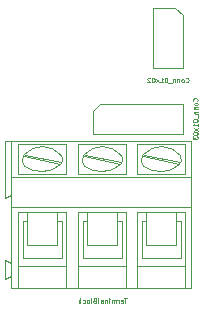
<source format=gbr>
G04 #@! TF.GenerationSoftware,KiCad,Pcbnew,(2018-02-16 revision c95340fba)-makepkg*
G04 #@! TF.CreationDate,2018-04-19T06:34:26+02:00*
G04 #@! TF.ProjectId,LIN_USB_CONVERTER,4C494E5F5553425F434F4E5645525445,rev?*
G04 #@! TF.SameCoordinates,Original*
G04 #@! TF.FileFunction,Other,Fab,Bot*
%FSLAX46Y46*%
G04 Gerber Fmt 4.6, Leading zero omitted, Abs format (unit mm)*
G04 Created by KiCad (PCBNEW (2018-02-16 revision c95340fba)-makepkg) date 04/19/18 06:34:26*
%MOMM*%
%LPD*%
G01*
G04 APERTURE LIST*
%ADD10C,0.100000*%
%ADD11C,0.090000*%
G04 APERTURE END LIST*
D10*
X149620000Y-100783000D02*
X149620000Y-102688000D01*
X149620000Y-102688000D02*
X157240000Y-102688000D01*
X157240000Y-102688000D02*
X157240000Y-100148000D01*
X157240000Y-100148000D02*
X150255000Y-100148000D01*
X150255000Y-100148000D02*
X149620000Y-100783000D01*
X142722000Y-108896000D02*
X157902000Y-108896000D01*
X147362000Y-113536000D02*
X147362000Y-109286000D01*
X143292000Y-115756000D02*
X147802000Y-115756000D01*
X147802000Y-106356000D02*
X142782000Y-106356000D01*
X157962000Y-103316000D02*
X142722000Y-103316000D01*
X146962000Y-109286000D02*
X143662000Y-109286000D01*
X147342000Y-109286000D02*
X146962000Y-109286000D01*
X143282000Y-109286000D02*
X143662000Y-109286000D01*
X146812000Y-105216000D02*
X143762000Y-104586000D01*
X146942000Y-105086000D02*
X143892000Y-104456000D01*
X143282000Y-106106000D02*
X147342000Y-106106000D01*
X143282000Y-103566000D02*
X143282000Y-106106000D01*
X147342000Y-103566000D02*
X143282000Y-103566000D01*
X147342000Y-106106000D02*
X147342000Y-103566000D01*
X142722000Y-106356000D02*
X142722000Y-107886000D01*
X142722000Y-108896000D02*
X142722000Y-113596000D01*
X142722000Y-107886000D02*
X142722000Y-108896000D01*
X143662000Y-110046000D02*
X144042000Y-110046000D01*
X146962000Y-110046000D02*
X146582000Y-110046000D01*
X146962000Y-113216000D02*
X146962000Y-110046000D01*
X143662000Y-113216000D02*
X146962000Y-113216000D01*
X143662000Y-113216000D02*
X143662000Y-110046000D01*
X143282000Y-113856000D02*
X143282000Y-115756000D01*
X147342000Y-113856000D02*
X143282000Y-113856000D01*
X143282000Y-115756000D02*
X142722000Y-115756000D01*
X143282000Y-109286000D02*
X143282000Y-113856000D01*
X147342000Y-115756000D02*
X147342000Y-113856000D01*
X142212000Y-113346000D02*
X142212000Y-114996000D01*
X142722000Y-113596000D02*
X142722000Y-114746000D01*
X142212000Y-113346000D02*
X142722000Y-113596000D01*
X142722000Y-114746000D02*
X142722000Y-115756000D01*
X142212000Y-114996000D02*
X142722000Y-114746000D01*
X142212000Y-108136000D02*
X142722000Y-107886000D01*
X142212000Y-103316000D02*
X142212000Y-108136000D01*
X142722000Y-103316000D02*
X142212000Y-103316000D01*
X142722000Y-103316000D02*
X142722000Y-106356000D01*
X146582000Y-112076000D02*
X146582000Y-109286000D01*
X146582000Y-109286000D02*
X144042000Y-109286000D01*
X144042000Y-112076000D02*
X144042000Y-109286000D01*
X146582000Y-112076000D02*
X144042000Y-112076000D01*
X156662000Y-112076000D02*
X154122000Y-112076000D01*
X154122000Y-112076000D02*
X154122000Y-109286000D01*
X156662000Y-109286000D02*
X154122000Y-109286000D01*
X156662000Y-112076000D02*
X156662000Y-109286000D01*
X151662000Y-112076000D02*
X149122000Y-112076000D01*
X149122000Y-112076000D02*
X149122000Y-109286000D01*
X151662000Y-109286000D02*
X149122000Y-109286000D01*
X151662000Y-112076000D02*
X151662000Y-109286000D01*
X147362000Y-114746000D02*
X147362000Y-115756000D01*
X147362000Y-113596000D02*
X147362000Y-114746000D01*
X152422000Y-115756000D02*
X152422000Y-113856000D01*
X148362000Y-109286000D02*
X148362000Y-113856000D01*
X152422000Y-115756000D02*
X148362000Y-115756000D01*
X148362000Y-115756000D02*
X147802000Y-115756000D01*
X153362000Y-115756000D02*
X153362000Y-113856000D01*
X153362000Y-115756000D02*
X152422000Y-115756000D01*
X157432000Y-109286000D02*
X157432000Y-113856000D01*
X157962000Y-115756000D02*
X157432000Y-115756000D01*
X157432000Y-115756000D02*
X153362000Y-115756000D01*
X152422000Y-113856000D02*
X148362000Y-113856000D01*
X152422000Y-113856000D02*
X152422000Y-109286000D01*
X148362000Y-113856000D02*
X148362000Y-115756000D01*
X153362000Y-113856000D02*
X157432000Y-113856000D01*
X153362000Y-113856000D02*
X153362000Y-109286000D01*
X157432000Y-113856000D02*
X157432000Y-115756000D01*
X148742000Y-113216000D02*
X148742000Y-110046000D01*
X148742000Y-113216000D02*
X152042000Y-113216000D01*
X152042000Y-113216000D02*
X152042000Y-110046000D01*
X153742000Y-113216000D02*
X153742000Y-110046000D01*
X153742000Y-113216000D02*
X157052000Y-113216000D01*
X157052000Y-113216000D02*
X157052000Y-110046000D01*
X157052000Y-110046000D02*
X156662000Y-110046000D01*
X153742000Y-110046000D02*
X154122000Y-110046000D01*
X152042000Y-110046000D02*
X151662000Y-110046000D01*
X148742000Y-110046000D02*
X149122000Y-110046000D01*
X157962000Y-115756000D02*
X157962000Y-108896000D01*
X157962000Y-108896000D02*
X157962000Y-106356000D01*
X157962000Y-106356000D02*
X147802000Y-106356000D01*
X157962000Y-106356000D02*
X157962000Y-103316000D01*
X152422000Y-106106000D02*
X152422000Y-103566000D01*
X152422000Y-103566000D02*
X148362000Y-103566000D01*
X148362000Y-103566000D02*
X148362000Y-106106000D01*
X148362000Y-106106000D02*
X152422000Y-106106000D01*
X153362000Y-106106000D02*
X153362000Y-103566000D01*
X153362000Y-106106000D02*
X157432000Y-106106000D01*
X157432000Y-106106000D02*
X157432000Y-103566000D01*
X153362000Y-103566000D02*
X157432000Y-103566000D01*
X152022000Y-105086000D02*
X148972000Y-104456000D01*
X151892000Y-105216000D02*
X148842000Y-104586000D01*
X157022000Y-105086000D02*
X153972000Y-104456000D01*
X156892000Y-105216000D02*
X153852000Y-104586000D01*
X157432000Y-109286000D02*
X157052000Y-109286000D01*
X153362000Y-109286000D02*
X153742000Y-109286000D01*
X153742000Y-109286000D02*
X157052000Y-109286000D01*
X148362000Y-109286000D02*
X148742000Y-109286000D01*
X152422000Y-109286000D02*
X152042000Y-109286000D01*
X152042000Y-109286000D02*
X148742000Y-109286000D01*
X146884972Y-104477301D02*
G75*
G02X146742000Y-105406000I-432972J-408699D01*
G01*
X143793761Y-104474313D02*
G75*
G02X146942000Y-104536000I1548239J-1351687D01*
G01*
X146784333Y-105367737D02*
G75*
G02X143802000Y-105416000I-1522333J1901737D01*
G01*
X143836380Y-105449996D02*
G75*
G02X143792000Y-104486000I455620J503996D01*
G01*
X148916380Y-105449996D02*
G75*
G02X148872000Y-104486000I455620J503996D01*
G01*
X151864333Y-105367737D02*
G75*
G02X148882000Y-105416000I-1522333J1901737D01*
G01*
X148873761Y-104474313D02*
G75*
G02X152022000Y-104536000I1548239J-1351687D01*
G01*
X151964972Y-104477301D02*
G75*
G02X151822000Y-105406000I-432972J-408699D01*
G01*
X153926468Y-105459995D02*
G75*
G02X153872000Y-104486000I455532J513995D01*
G01*
X156864333Y-105367737D02*
G75*
G02X153882000Y-105416000I-1522333J1901737D01*
G01*
X153873761Y-104474313D02*
G75*
G02X157022000Y-104536000I1548239J-1351687D01*
G01*
X156977426Y-104486995D02*
G75*
G02X156822000Y-105406000I-435426J-399005D01*
G01*
X156605000Y-92020000D02*
X154700000Y-92020000D01*
X154700000Y-92020000D02*
X154700000Y-97100000D01*
X154700000Y-97100000D02*
X157240000Y-97100000D01*
X157240000Y-97100000D02*
X157240000Y-92655000D01*
X157240000Y-92655000D02*
X156605000Y-92020000D01*
D11*
X158442857Y-99922761D02*
X158461904Y-99903714D01*
X158480952Y-99846571D01*
X158480952Y-99808476D01*
X158461904Y-99751333D01*
X158423809Y-99713238D01*
X158385714Y-99694190D01*
X158309523Y-99675142D01*
X158252380Y-99675142D01*
X158176190Y-99694190D01*
X158138095Y-99713238D01*
X158100000Y-99751333D01*
X158080952Y-99808476D01*
X158080952Y-99846571D01*
X158100000Y-99903714D01*
X158119047Y-99922761D01*
X158480952Y-100151333D02*
X158461904Y-100113238D01*
X158442857Y-100094190D01*
X158404761Y-100075142D01*
X158290476Y-100075142D01*
X158252380Y-100094190D01*
X158233333Y-100113238D01*
X158214285Y-100151333D01*
X158214285Y-100208476D01*
X158233333Y-100246571D01*
X158252380Y-100265619D01*
X158290476Y-100284666D01*
X158404761Y-100284666D01*
X158442857Y-100265619D01*
X158461904Y-100246571D01*
X158480952Y-100208476D01*
X158480952Y-100151333D01*
X158214285Y-100456095D02*
X158480952Y-100456095D01*
X158252380Y-100456095D02*
X158233333Y-100475142D01*
X158214285Y-100513238D01*
X158214285Y-100570380D01*
X158233333Y-100608476D01*
X158271428Y-100627523D01*
X158480952Y-100627523D01*
X158214285Y-100818000D02*
X158480952Y-100818000D01*
X158252380Y-100818000D02*
X158233333Y-100837047D01*
X158214285Y-100875142D01*
X158214285Y-100932285D01*
X158233333Y-100970380D01*
X158271428Y-100989428D01*
X158480952Y-100989428D01*
X158519047Y-101084666D02*
X158519047Y-101389428D01*
X158080952Y-101560857D02*
X158080952Y-101598952D01*
X158100000Y-101637047D01*
X158119047Y-101656095D01*
X158157142Y-101675142D01*
X158233333Y-101694190D01*
X158328571Y-101694190D01*
X158404761Y-101675142D01*
X158442857Y-101656095D01*
X158461904Y-101637047D01*
X158480952Y-101598952D01*
X158480952Y-101560857D01*
X158461904Y-101522761D01*
X158442857Y-101503714D01*
X158404761Y-101484666D01*
X158328571Y-101465619D01*
X158233333Y-101465619D01*
X158157142Y-101484666D01*
X158119047Y-101503714D01*
X158100000Y-101522761D01*
X158080952Y-101560857D01*
X158480952Y-102075142D02*
X158480952Y-101846571D01*
X158480952Y-101960857D02*
X158080952Y-101960857D01*
X158138095Y-101922761D01*
X158176190Y-101884666D01*
X158195238Y-101846571D01*
X158480952Y-102208476D02*
X158214285Y-102418000D01*
X158214285Y-102208476D02*
X158480952Y-102418000D01*
X158080952Y-102646571D02*
X158080952Y-102684666D01*
X158100000Y-102722761D01*
X158119047Y-102741809D01*
X158157142Y-102760857D01*
X158233333Y-102779904D01*
X158328571Y-102779904D01*
X158404761Y-102760857D01*
X158442857Y-102741809D01*
X158461904Y-102722761D01*
X158480952Y-102684666D01*
X158480952Y-102646571D01*
X158461904Y-102608476D01*
X158442857Y-102589428D01*
X158404761Y-102570380D01*
X158328571Y-102551333D01*
X158233333Y-102551333D01*
X158157142Y-102570380D01*
X158119047Y-102589428D01*
X158100000Y-102608476D01*
X158080952Y-102646571D01*
X158080952Y-102913238D02*
X158080952Y-103160857D01*
X158233333Y-103027523D01*
X158233333Y-103084666D01*
X158252380Y-103122761D01*
X158271428Y-103141809D01*
X158309523Y-103160857D01*
X158404761Y-103160857D01*
X158442857Y-103141809D01*
X158461904Y-103122761D01*
X158480952Y-103084666D01*
X158480952Y-102970380D01*
X158461904Y-102932285D01*
X158442857Y-102913238D01*
X152489142Y-116626952D02*
X152260571Y-116626952D01*
X152374857Y-117026952D02*
X152374857Y-116626952D01*
X151974857Y-117007904D02*
X152012952Y-117026952D01*
X152089142Y-117026952D01*
X152127238Y-117007904D01*
X152146285Y-116969809D01*
X152146285Y-116817428D01*
X152127238Y-116779333D01*
X152089142Y-116760285D01*
X152012952Y-116760285D01*
X151974857Y-116779333D01*
X151955809Y-116817428D01*
X151955809Y-116855523D01*
X152146285Y-116893619D01*
X151784380Y-117026952D02*
X151784380Y-116760285D01*
X151784380Y-116836476D02*
X151765333Y-116798380D01*
X151746285Y-116779333D01*
X151708190Y-116760285D01*
X151670095Y-116760285D01*
X151536761Y-117026952D02*
X151536761Y-116760285D01*
X151536761Y-116798380D02*
X151517714Y-116779333D01*
X151479619Y-116760285D01*
X151422476Y-116760285D01*
X151384380Y-116779333D01*
X151365333Y-116817428D01*
X151365333Y-117026952D01*
X151365333Y-116817428D02*
X151346285Y-116779333D01*
X151308190Y-116760285D01*
X151251047Y-116760285D01*
X151212952Y-116779333D01*
X151193904Y-116817428D01*
X151193904Y-117026952D01*
X151003428Y-117026952D02*
X151003428Y-116760285D01*
X151003428Y-116626952D02*
X151022476Y-116646000D01*
X151003428Y-116665047D01*
X150984380Y-116646000D01*
X151003428Y-116626952D01*
X151003428Y-116665047D01*
X150812952Y-116760285D02*
X150812952Y-117026952D01*
X150812952Y-116798380D02*
X150793904Y-116779333D01*
X150755809Y-116760285D01*
X150698666Y-116760285D01*
X150660571Y-116779333D01*
X150641523Y-116817428D01*
X150641523Y-117026952D01*
X150279619Y-117026952D02*
X150279619Y-116817428D01*
X150298666Y-116779333D01*
X150336761Y-116760285D01*
X150412952Y-116760285D01*
X150451047Y-116779333D01*
X150279619Y-117007904D02*
X150317714Y-117026952D01*
X150412952Y-117026952D01*
X150451047Y-117007904D01*
X150470095Y-116969809D01*
X150470095Y-116931714D01*
X150451047Y-116893619D01*
X150412952Y-116874571D01*
X150317714Y-116874571D01*
X150279619Y-116855523D01*
X150032000Y-117026952D02*
X150070095Y-117007904D01*
X150089142Y-116969809D01*
X150089142Y-116626952D01*
X149746285Y-116817428D02*
X149689142Y-116836476D01*
X149670095Y-116855523D01*
X149651047Y-116893619D01*
X149651047Y-116950761D01*
X149670095Y-116988857D01*
X149689142Y-117007904D01*
X149727238Y-117026952D01*
X149879619Y-117026952D01*
X149879619Y-116626952D01*
X149746285Y-116626952D01*
X149708190Y-116646000D01*
X149689142Y-116665047D01*
X149670095Y-116703142D01*
X149670095Y-116741238D01*
X149689142Y-116779333D01*
X149708190Y-116798380D01*
X149746285Y-116817428D01*
X149879619Y-116817428D01*
X149422476Y-117026952D02*
X149460571Y-117007904D01*
X149479619Y-116969809D01*
X149479619Y-116626952D01*
X149212952Y-117026952D02*
X149251047Y-117007904D01*
X149270095Y-116988857D01*
X149289142Y-116950761D01*
X149289142Y-116836476D01*
X149270095Y-116798380D01*
X149251047Y-116779333D01*
X149212952Y-116760285D01*
X149155809Y-116760285D01*
X149117714Y-116779333D01*
X149098666Y-116798380D01*
X149079619Y-116836476D01*
X149079619Y-116950761D01*
X149098666Y-116988857D01*
X149117714Y-117007904D01*
X149155809Y-117026952D01*
X149212952Y-117026952D01*
X148736761Y-117007904D02*
X148774857Y-117026952D01*
X148851047Y-117026952D01*
X148889142Y-117007904D01*
X148908190Y-116988857D01*
X148927238Y-116950761D01*
X148927238Y-116836476D01*
X148908190Y-116798380D01*
X148889142Y-116779333D01*
X148851047Y-116760285D01*
X148774857Y-116760285D01*
X148736761Y-116779333D01*
X148565333Y-117026952D02*
X148565333Y-116626952D01*
X148527238Y-116874571D02*
X148412952Y-117026952D01*
X148412952Y-116760285D02*
X148565333Y-116912666D01*
X157465238Y-98302857D02*
X157484285Y-98321904D01*
X157541428Y-98340952D01*
X157579523Y-98340952D01*
X157636666Y-98321904D01*
X157674761Y-98283809D01*
X157693809Y-98245714D01*
X157712857Y-98169523D01*
X157712857Y-98112380D01*
X157693809Y-98036190D01*
X157674761Y-97998095D01*
X157636666Y-97960000D01*
X157579523Y-97940952D01*
X157541428Y-97940952D01*
X157484285Y-97960000D01*
X157465238Y-97979047D01*
X157236666Y-98340952D02*
X157274761Y-98321904D01*
X157293809Y-98302857D01*
X157312857Y-98264761D01*
X157312857Y-98150476D01*
X157293809Y-98112380D01*
X157274761Y-98093333D01*
X157236666Y-98074285D01*
X157179523Y-98074285D01*
X157141428Y-98093333D01*
X157122380Y-98112380D01*
X157103333Y-98150476D01*
X157103333Y-98264761D01*
X157122380Y-98302857D01*
X157141428Y-98321904D01*
X157179523Y-98340952D01*
X157236666Y-98340952D01*
X156931904Y-98074285D02*
X156931904Y-98340952D01*
X156931904Y-98112380D02*
X156912857Y-98093333D01*
X156874761Y-98074285D01*
X156817619Y-98074285D01*
X156779523Y-98093333D01*
X156760476Y-98131428D01*
X156760476Y-98340952D01*
X156570000Y-98074285D02*
X156570000Y-98340952D01*
X156570000Y-98112380D02*
X156550952Y-98093333D01*
X156512857Y-98074285D01*
X156455714Y-98074285D01*
X156417619Y-98093333D01*
X156398571Y-98131428D01*
X156398571Y-98340952D01*
X156303333Y-98379047D02*
X155998571Y-98379047D01*
X155827142Y-97940952D02*
X155789047Y-97940952D01*
X155750952Y-97960000D01*
X155731904Y-97979047D01*
X155712857Y-98017142D01*
X155693809Y-98093333D01*
X155693809Y-98188571D01*
X155712857Y-98264761D01*
X155731904Y-98302857D01*
X155750952Y-98321904D01*
X155789047Y-98340952D01*
X155827142Y-98340952D01*
X155865238Y-98321904D01*
X155884285Y-98302857D01*
X155903333Y-98264761D01*
X155922380Y-98188571D01*
X155922380Y-98093333D01*
X155903333Y-98017142D01*
X155884285Y-97979047D01*
X155865238Y-97960000D01*
X155827142Y-97940952D01*
X155312857Y-98340952D02*
X155541428Y-98340952D01*
X155427142Y-98340952D02*
X155427142Y-97940952D01*
X155465238Y-97998095D01*
X155503333Y-98036190D01*
X155541428Y-98055238D01*
X155179523Y-98340952D02*
X154970000Y-98074285D01*
X155179523Y-98074285D02*
X154970000Y-98340952D01*
X154741428Y-97940952D02*
X154703333Y-97940952D01*
X154665238Y-97960000D01*
X154646190Y-97979047D01*
X154627142Y-98017142D01*
X154608095Y-98093333D01*
X154608095Y-98188571D01*
X154627142Y-98264761D01*
X154646190Y-98302857D01*
X154665238Y-98321904D01*
X154703333Y-98340952D01*
X154741428Y-98340952D01*
X154779523Y-98321904D01*
X154798571Y-98302857D01*
X154817619Y-98264761D01*
X154836666Y-98188571D01*
X154836666Y-98093333D01*
X154817619Y-98017142D01*
X154798571Y-97979047D01*
X154779523Y-97960000D01*
X154741428Y-97940952D01*
X154455714Y-97979047D02*
X154436666Y-97960000D01*
X154398571Y-97940952D01*
X154303333Y-97940952D01*
X154265238Y-97960000D01*
X154246190Y-97979047D01*
X154227142Y-98017142D01*
X154227142Y-98055238D01*
X154246190Y-98112380D01*
X154474761Y-98340952D01*
X154227142Y-98340952D01*
M02*

</source>
